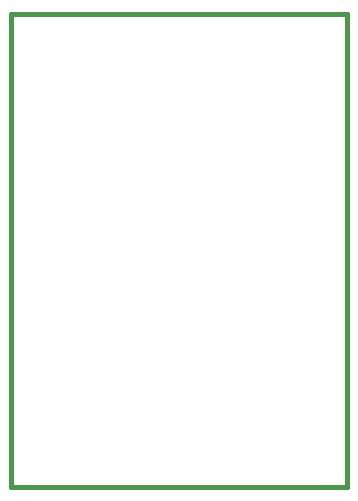
<source format=gbr>
G04 (created by PCBNEW-RS274X (2012-01-19 BZR 3256)-stable) date Fri 09 Mar 2012 12:00:35 PM CET*
G01*
G70*
G90*
%MOIN*%
G04 Gerber Fmt 3.4, Leading zero omitted, Abs format*
%FSLAX34Y34*%
G04 APERTURE LIST*
%ADD10C,0.006000*%
%ADD11C,0.015000*%
G04 APERTURE END LIST*
G54D10*
G54D11*
X24311Y-34547D02*
X24311Y-18799D01*
X35531Y-34547D02*
X24311Y-34547D01*
X35531Y-18799D02*
X35531Y-34547D01*
X24311Y-18799D02*
X35531Y-18799D01*
M02*

</source>
